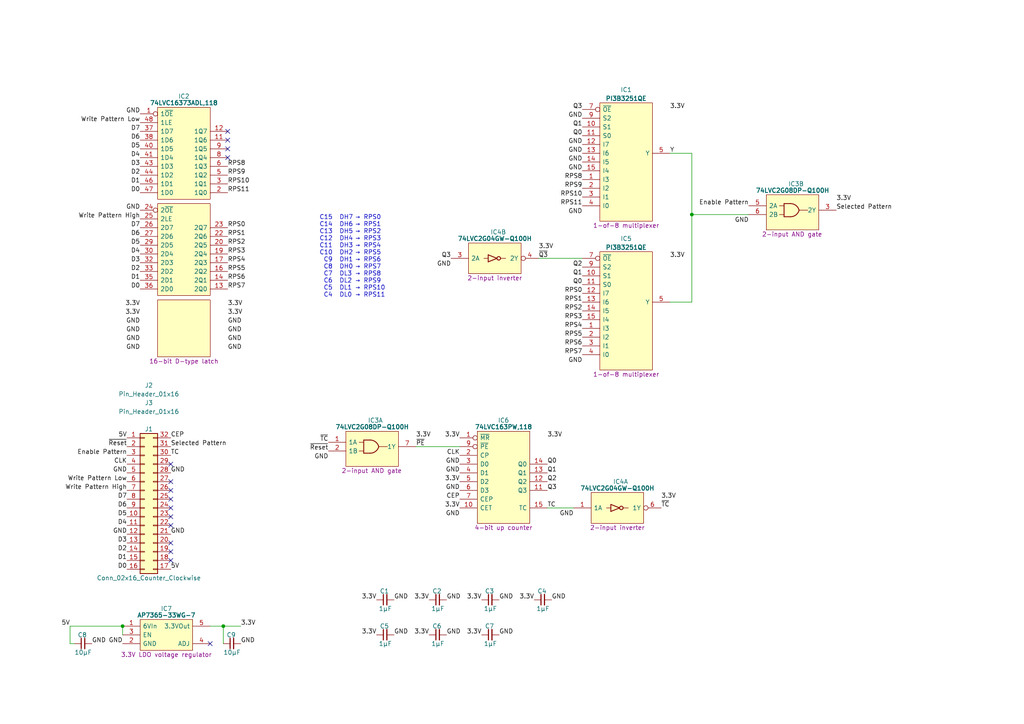
<source format=kicad_sch>
(kicad_sch (version 20231120) (generator "eeschema") (generator_version "8.0")
  (paper "A4")
  (title_block (title "Pixel Step Advance") (date "2024-03-06") (rev "V0"))
  (lib_symbols
    (symbol "Connector_Generic:Conn_02x16_Counter_Clockwise" (pin_names (offset 1.016) hide)
      (property "Reference" "J" (at 1.27 20.32 0))
      (property "Value" "Conn_02x16_Counter_Clockwise" (at 1.27 -22.86 0))
      (symbol "Conn_02x16_Counter_Clockwise_1_1"
        (rectangle (start -1.27 -20.193) (end 0 -20.447) (stroke (width 0.1524)))
        (rectangle (start -1.27 -17.653) (end 0 -17.907) (stroke (width 0.1524)))
        (rectangle (start -1.27 -15.113) (end 0 -15.367) (stroke (width 0.1524)))
        (rectangle (start -1.27 -12.573) (end 0 -12.827) (stroke (width 0.1524)))
        (rectangle (start -1.27 -10.033) (end 0 -10.287) (stroke (width 0.1524)))
        (rectangle (start -1.27 -7.493) (end 0 -7.747) (stroke (width 0.1524)))
        (rectangle (start -1.27 -4.953) (end 0 -5.207) (stroke (width 0.1524)))
        (rectangle (start -1.27 -2.413) (end 0 -2.667) (stroke (width 0.1524)))
        (rectangle (start -1.27 0.127) (end 0 -0.127) (stroke (width 0.1524)))
        (rectangle (start -1.27 2.667) (end 0 2.413) (stroke (width 0.1524)))
        (rectangle (start -1.27 5.207) (end 0 4.953) (stroke (width 0.1524)))
        (rectangle (start -1.27 7.747) (end 0 7.493) (stroke (width 0.1524)))
        (rectangle (start -1.27 10.287) (end 0 10.033) (stroke (width 0.1524)))
        (rectangle (start -1.27 12.827) (end 0 12.573) (stroke (width 0.1524)))
        (rectangle (start -1.27 15.367) (end 0 15.113) (stroke (width 0.1524)))
        (rectangle (start -1.27 17.907) (end 0 17.653) (stroke (width 0.1524)))
        (rectangle (start -1.27 19.05) (end 3.81 -21.59) (stroke (width 0.254)) (fill (type background)))
        (rectangle (start 3.81 -20.193) (end 2.54 -20.447) (stroke (width 0.1524)))
        (rectangle (start 3.81 -17.653) (end 2.54 -17.907) (stroke (width 0.1524)))
        (rectangle (start 3.81 -15.113) (end 2.54 -15.367) (stroke (width 0.1524)))
        (rectangle (start 3.81 -12.573) (end 2.54 -12.827) (stroke (width 0.1524)))
        (rectangle (start 3.81 -10.033) (end 2.54 -10.287) (stroke (width 0.1524)))
        (rectangle (start 3.81 -7.493) (end 2.54 -7.747) (stroke (width 0.1524)))
        (rectangle (start 3.81 -4.953) (end 2.54 -5.207) (stroke (width 0.1524)))
        (rectangle (start 3.81 -2.413) (end 2.54 -2.667) (stroke (width 0.1524)))
        (rectangle (start 3.81 0.127) (end 2.54 -0.127) (stroke (width 0.1524)))
        (rectangle (start 3.81 2.667) (end 2.54 2.413) (stroke (width 0.1524)))
        (rectangle (start 3.81 5.207) (end 2.54 4.953) (stroke (width 0.1524)))
        (rectangle (start 3.81 7.747) (end 2.54 7.493) (stroke (width 0.1524)))
        (rectangle (start 3.81 10.287) (end 2.54 10.033) (stroke (width 0.1524)))
        (rectangle (start 3.81 12.827) (end 2.54 12.573) (stroke (width 0.1524)))
        (rectangle (start 3.81 15.367) (end 2.54 15.113) (stroke (width 0.1524)))
        (rectangle (start 3.81 17.907) (end 2.54 17.653) (stroke (width 0.1524)))
        (pin passive line (at -5.08 17.78 0) (length 3.81) (name "Pin_1") (number "1"))
        (pin passive line (at -5.08 -5.08 0) (length 3.81) (name "Pin_10") (number "10"))
        (pin passive line (at -5.08 -7.62 0) (length 3.81) (name "Pin_11") (number "11"))
        (pin passive line (at -5.08 -10.16 0) (length 3.81) (name "Pin_12") (number "12"))
        (pin passive line (at -5.08 -12.7 0) (length 3.81) (name "Pin_13") (number "13"))
        (pin passive line (at -5.08 -15.24 0) (length 3.81) (name "Pin_14") (number "14"))
        (pin passive line (at -5.08 -17.78 0) (length 3.81) (name "Pin_15") (number "15"))
        (pin passive line (at -5.08 -20.32 0) (length 3.81) (name "Pin_16") (number "16"))
        (pin passive line (at 7.62 -20.32 180) (length 3.81) (name "Pin_17") (number "17"))
        (pin passive line (at 7.62 -17.78 180) (length 3.81) (name "Pin_18") (number "18"))
        (pin passive line (at 7.62 -15.24 180) (length 3.81) (name "Pin_19") (number "19"))
        (pin passive line (at -5.08 15.24 0) (length 3.81) (name "Pin_2") (number "2"))
        (pin passive line (at 7.62 -12.7 180) (length 3.81) (name "Pin_20") (number "20"))
        (pin passive line (at 7.62 -10.16 180) (length 3.81) (name "Pin_21") (number "21"))
        (pin passive line (at 7.62 -7.62 180) (length 3.81) (name "Pin_22") (number "22"))
        (pin passive line (at 7.62 -5.08 180) (length 3.81) (name "Pin_23") (number "23"))
        (pin passive line (at 7.62 -2.54 180) (length 3.81) (name "Pin_24") (number "24"))
        (pin passive line (at 7.62 0 180) (length 3.81) (name "Pin_25") (number "25"))
        (pin passive line (at 7.62 2.54 180) (length 3.81) (name "Pin_26") (number "26"))
        (pin passive line (at 7.62 5.08 180) (length 3.81) (name "Pin_27") (number "27"))
        (pin passive line (at 7.62 7.62 180) (length 3.81) (name "Pin_28") (number "28"))
        (pin passive line (at 7.62 10.16 180) (length 3.81) (name "Pin_29") (number "29"))
        (pin passive line (at -5.08 12.7 0) (length 3.81) (name "Pin_3") (number "3"))
        (pin passive line (at 7.62 12.7 180) (length 3.81) (name "Pin_30") (number "30"))
        (pin passive line (at 7.62 15.24 180) (length 3.81) (name "Pin_31") (number "31"))
        (pin passive line (at 7.62 17.78 180) (length 3.81) (name "Pin_32") (number "32"))
        (pin passive line (at -5.08 10.16 0) (length 3.81) (name "Pin_4") (number "4"))
        (pin passive line (at -5.08 7.62 0) (length 3.81) (name "Pin_5") (number "5"))
        (pin passive line (at -5.08 5.08 0) (length 3.81) (name "Pin_6") (number "6"))
        (pin passive line (at -5.08 2.54 0) (length 3.81) (name "Pin_7") (number "7"))
        (pin passive line (at -5.08 0 0) (length 3.81) (name "Pin_8") (number "8"))
        (pin passive line (at -5.08 -2.54 0) (length 3.81) (name "Pin_9") (number "9"))
      )
    )
    (symbol "Diodes_Inc:AP7365-33WG-7" (pin_names (offset 0.762))
      (property "Reference" "IC" (at 12.7 5.08 0))
      (property "Value" "AP7365-33WG-7" (at 12.7 3.175 0))
      (property "Description" "3.3V LDO voltage regulator" (at 12.7 -8.255 0))
      (symbol "AP7365-33WG-7_0_0"
        (pin passive line (at 0 -5.08 0) (length 5.08) (name "GND") (number "2"))
        (pin input line (at 0 -2.54 0) (length 5.08) (name "EN") (number "3"))
        (pin passive line (at 25.4 -5.08 180) (length 5.08) (name "ADJ") (number "4"))
      )
      (symbol "AP7365-33WG-7_0_1"
        (polyline (pts (xy 5.08 1.905) (xy 20.32 1.905) (xy 20.32 -6.985) (xy 5.08 -6.985) (xy 5.08 1.905)) (fill (type background)))
      )
      (symbol "AP7365-33WG-7_1_0"
        (pin passive line (at 0 0 0) (length 5.08) (name "6VIn") (number "1"))
        (pin passive line (at 25.4 0 180) (length 5.08) (name "3.3VOut") (number "5"))
      )
    )
    (symbol "Diodes_Inc:PI3B3251QE" (pin_names (offset 0.762))
      (property "Reference" "IC" (at 12.7 5.715 0))
      (property "Value" "PI3B3251QE" (at 12.7 3.175 0))
      (property "Description" "1-of-8 multiplexer" (at 12.7 -33.655 0))
      (symbol "PI3B3251QE_0_0"
        (pin input line (at 0 -20.32 0) (length 5.08) (name "I3") (number "1"))
        (pin input line (at 0 -5.08 0) (length 5.08) (name "S1") (number "10"))
        (pin input line (at 0 -7.62 0) (length 5.08) (name "S0") (number "11"))
        (pin input line (at 0 -10.16 0) (length 5.08) (name "I7") (number "12"))
        (pin input line (at 0 -12.7 0) (length 5.08) (name "I6") (number "13"))
        (pin input line (at 0 -15.24 0) (length 5.08) (name "I5") (number "14"))
        (pin input line (at 0 -17.78 0) (length 5.08) (name "I4") (number "15"))
        (pin input line (at 0 -22.86 0) (length 5.08) (name "I2") (number "2"))
        (pin input line (at 0 -25.4 0) (length 5.08) (name "I1") (number "3"))
        (pin input line (at 0 -27.94 0) (length 5.08) (name "I0") (number "4"))
        (pin passive line (at 0 -30.48 0) (length 5.08) hide (name "GND") (number "8"))
        (pin input line (at 0 -2.54 0) (length 5.08) (name "S2") (number "9"))
      )
      (symbol "PI3B3251QE_0_1"
        (polyline (pts (xy 5.08 1.905) (xy 20.32 1.905) (xy 20.32 -32.385) (xy 5.08 -32.385) (xy 5.08 1.905)) (stroke (width 0.1524)) (fill (type background)))
      )
      (symbol "PI3B3251QE_1_0"
        (pin passive line (at 25.4 0 180) (length 5.08) hide (name "3V") (number "16"))
        (pin tri_state line (at 25.4 -12.7 180) (length 5.08) (name "Y") (number "5"))
        (pin no_connect line (at 25.4 -15.24 180) (length 5.08) hide (name "NC") (number "6"))
        (pin input inverted (at 0 0 0) (length 5.08) (name "~{OE}") (number "7"))
      )
    )
    (symbol "HCP65:C_0805" (pin_numbers hide) (pin_names (offset 0.254) hide)
      (property "Reference" "C" (at 2.286 2.54 0))
      (property "Value" "?μF" (at 2.54 -2.54 0))
      (symbol "C_0805_0_1"
        (polyline (pts (xy 1.9685 -1.4605) (xy 1.9685 1.5875)) (stroke (width 0.3048)))
        (polyline (pts (xy 2.9845 -1.4605) (xy 2.9845 1.5875)) (stroke (width 0.3302)))
      )
      (symbol "C_0805_1_1"
        (pin passive line (at 0 0 0) (length 2.032) (name "~") (number "1"))
        (pin passive line (at 5.08 0 180) (length 2.032) (name "~") (number "2"))
      )
    )
    (symbol "HCP65:Pin_Header_01x32" (pin_names (offset 1.016) hide)
      (property "Reference" "J" (at 0 1.27 0))
      (property "Value" "Pin_Header_01x32" (at 0 -1.27 0))
    )
    (symbol "Nexperia:74LVC16373ADL,118" (pin_names (offset 0.762))
      (property "Reference" "IC" (at 12.7 5.08 0))
      (property "Value" "74LVC16373ADL,118" (at 12.7 3.175 0))
      (property "Description" "16-bit D-type latch" (at 12.7 -71.755 0))
      (symbol "74LVC16373ADL,118_0_0"
        (pin input inverted (at 0 0 0) (length 5.08) (name "1~{OE}") (number "1"))
        (pin tri_state line (at 25.4 -7.62 180) (length 5.08) (name "1Q6") (number "11"))
        (pin tri_state line (at 25.4 -5.08 180) (length 5.08) (name "1Q7") (number "12"))
        (pin tri_state line (at 25.4 -50.8 180) (length 5.08) (name "2Q0") (number "13"))
        (pin tri_state line (at 25.4 -48.26 180) (length 5.08) (name "2Q1") (number "14"))
        (pin tri_state line (at 25.4 -45.72 180) (length 5.08) (name "2Q2") (number "16"))
        (pin tri_state line (at 25.4 -43.18 180) (length 5.08) (name "2Q3") (number "17"))
        (pin tri_state line (at 25.4 -40.64 180) (length 5.08) (name "2Q4") (number "19"))
        (pin tri_state line (at 25.4 -22.86 180) (length 5.08) (name "1Q0") (number "2"))
        (pin tri_state line (at 25.4 -38.1 180) (length 5.08) (name "2Q5") (number "20"))
        (pin tri_state line (at 25.4 -35.56 180) (length 5.08) (name "2Q6") (number "22"))
        (pin tri_state line (at 25.4 -33.02 180) (length 5.08) (name "2Q7") (number "23"))
        (pin input inverted (at 0 -27.94 0) (length 5.08) (name "2~{OE}") (number "24"))
        (pin input line (at 0 -30.48 0) (length 5.08) (name "2LE") (number "25"))
        (pin input line (at 0 -33.02 0) (length 5.08) (name "2D7") (number "26"))
        (pin input line (at 0 -35.56 0) (length 5.08) (name "2D6") (number "27"))
        (pin input line (at 0 -38.1 0) (length 5.08) (name "2D5") (number "29"))
        (pin tri_state line (at 25.4 -20.32 180) (length 5.08) (name "1Q1") (number "3"))
        (pin input line (at 0 -40.64 0) (length 5.08) (name "2D4") (number "30"))
        (pin input line (at 0 -43.18 0) (length 5.08) (name "2D3") (number "32"))
        (pin input line (at 0 -45.72 0) (length 5.08) (name "2D2") (number "33"))
        (pin input line (at 0 -48.26 0) (length 5.08) (name "2D1") (number "35"))
        (pin input line (at 0 -50.8 0) (length 5.08) (name "2D0") (number "36"))
        (pin input line (at 0 -5.08 0) (length 5.08) (name "1D7") (number "37"))
        (pin input line (at 0 -10.16 0) (length 5.08) (name "1D5") (number "40"))
        (pin input line (at 0 -12.7 0) (length 5.08) (name "1D4") (number "41"))
        (pin input line (at 0 -15.24 0) (length 5.08) (name "1D3") (number "43"))
        (pin input line (at 0 -17.78 0) (length 5.08) (name "1D2") (number "44"))
        (pin input line (at 0 -20.32 0) (length 5.08) (name "1D1") (number "46"))
        (pin input line (at 0 -22.86 0) (length 5.08) (name "1D0") (number "47"))
        (pin input line (at 0 -2.54 0) (length 5.08) (name "1LE") (number "48"))
        (pin tri_state line (at 25.4 -17.78 180) (length 5.08) (name "1Q2") (number "5"))
        (pin tri_state line (at 25.4 -15.24 180) (length 5.08) (name "1Q3") (number "6"))
        (pin tri_state line (at 25.4 -12.7 180) (length 5.08) (name "1Q4") (number "8"))
        (pin tri_state line (at 25.4 -10.16 180) (length 5.08) (name "1Q5") (number "9"))
      )
      (symbol "74LVC16373ADL,118_0_1"
        (polyline (pts (xy 5.08 -53.975) (xy 20.32 -53.975) (xy 20.32 -70.485) (xy 5.08 -70.485) (xy 5.08 -53.975)) (stroke (width 0.1524)) (fill (type background)))
        (polyline (pts (xy 5.08 -26.035) (xy 20.32 -26.035) (xy 20.32 -52.705) (xy 5.08 -52.705) (xy 5.08 -26.035)) (stroke (width 0.1524)) (fill (type background)))
        (polyline (pts (xy 5.08 1.905) (xy 20.32 1.905) (xy 20.32 -24.765) (xy 5.08 -24.765) (xy 5.08 1.905)) (stroke (width 0.1524)) (fill (type background)))
      )
      (symbol "74LVC16373ADL,118_1_0"
        (pin passive line (at 0 -63.5 0) (length 5.08) hide (name "GND") (number "10"))
        (pin passive line (at 0 -66.04 0) (length 5.08) hide (name "GND") (number "15"))
        (pin passive line (at 0 -58.42 0) (length 5.08) hide (name "3V") (number "18"))
        (pin passive line (at 0 -68.58 0) (length 5.08) hide (name "GND") (number "21"))
        (pin passive line (at 25.4 -68.58 180) (length 5.08) hide (name "GND") (number "28"))
        (pin passive line (at 25.4 -58.42 180) (length 5.08) hide (name "3V") (number "31"))
        (pin passive line (at 25.4 -66.04 180) (length 5.08) hide (name "GND") (number "34"))
        (pin input line (at 0 -7.62 0) (length 5.08) (name "1D6") (number "38"))
        (pin passive line (at 25.4 -63.5 180) (length 5.08) hide (name "GND") (number "39"))
        (pin passive line (at 0 -60.96 0) (length 5.08) hide (name "GND") (number "4"))
        (pin passive line (at 25.4 -55.88 180) (length 5.08) hide (name "3V") (number "42"))
        (pin passive line (at 25.4 -60.96 180) (length 5.08) hide (name "GND") (number "45"))
        (pin passive line (at 0 -55.88 0) (length 5.08) hide (name "3V") (number "7"))
      )
    )
    (symbol "Nexperia:74LVC163PW,118" (pin_names (offset 0.762))
      (property "Reference" "IC" (at 12.7 5.08 0))
      (property "Value" "74LVC163PW,118" (at 12.7 3.175 0))
      (property "Description" "4-bit up counter" (at 12.7 -26.035 0))
      (symbol "74LVC163PW,118_0_0"
        (pin input inverted (at 0 0 0) (length 5.08) (name "~{MR}") (number "1"))
        (pin input line (at 0 -20.32 0) (length 5.08) (name "CET") (number "10"))
        (pin output line (at 25.4 -15.24 180) (length 5.08) (name "Q3") (number "11"))
        (pin output line (at 25.4 -12.7 180) (length 5.08) (name "Q2") (number "12"))
        (pin output line (at 25.4 -10.16 180) (length 5.08) (name "Q1") (number "13"))
        (pin output line (at 25.4 -7.62 180) (length 5.08) (name "Q0") (number "14"))
        (pin output line (at 25.4 -20.32 180) (length 5.08) (name "TC") (number "15"))
        (pin passive line (at 25.4 0 180) (length 5.08) hide (name "3V") (number "16"))
        (pin input line (at 0 -5.08 0) (length 5.08) (name "CP") (number "2"))
        (pin input line (at 0 -7.62 0) (length 5.08) (name "D0") (number "3"))
        (pin input line (at 0 -10.16 0) (length 5.08) (name "D1") (number "4"))
        (pin input line (at 0 -12.7 0) (length 5.08) (name "D2") (number "5"))
        (pin input line (at 0 -15.24 0) (length 5.08) (name "D3") (number "6"))
        (pin input line (at 0 -17.78 0) (length 5.08) (name "CEP") (number "7"))
        (pin passive line (at 0 -22.86 0) (length 5.08) hide (name "GND") (number "8"))
        (pin input inverted (at 0 -2.54 0) (length 5.08) (name "~{PE}") (number "9"))
      )
      (symbol "74LVC163PW,118_0_1"
        (polyline (pts (xy 5.08 1.905) (xy 20.32 1.905) (xy 20.32 -24.765) (xy 5.08 -24.765) (xy 5.08 1.905)) (stroke (width 0.1524)) (fill (type background)))
      )
    )
    (symbol "Nexperia:74LVC2G04GW-Q100H_Multi" (pin_names (offset 0.762))
      (property "Reference" "IC" (at 11.43 7.62 0))
      (property "Value" "74LVC2G04GW-Q100H" (at 12.7 5.715 0))
      (property "Description" "2-input inverter" (at 12.7 -5.715 0))
      (symbol "74LVC2G04GW-Q100H_Multi_0_0"
        (pin passive line (at 0 -2.54 0) (length 5.08) hide (name "GND") (number "2"))
        (pin passive line (at 25.4 2.54 180) (length 5.08) hide (name "3V") (number "5"))
      )
      (symbol "74LVC2G04GW-Q100H_Multi_0_1"
        (polyline (pts (xy 9.525 0) (xy 10.7949 0)))
        (polyline (pts (xy 14.351 0) (xy 15.875 0)))
        (polyline (pts (xy 10.795 -1.016) (xy 13.335 0) (xy 10.795 1.016)) (stroke (width 0.254)))
        (polyline (pts (xy 5.08 4.445) (xy 20.32 4.445) (xy 20.32 -4.445) (xy 5.08 -4.445) (xy 5.08 4.445)) (stroke (width 0.1524)) (fill (type background)))
        (rectangle (start 10.795 1.016) (end 10.795 -1.016) (stroke (width 0.254)) (fill (type background)))
        (circle (center 13.843 0) (radius 0.508) (stroke (width 0.254)))
      )
      (symbol "74LVC2G04GW-Q100H_Multi_1_0"
        (pin input line (at 0 0 0) (length 5.08) (name "1A") (number "1"))
        (pin output inverted (at 25.4 0 180) (length 5.08) (name "1Y") (number "6"))
      )
      (symbol "74LVC2G04GW-Q100H_Multi_2_0"
        (pin input line (at 0 0 0) (length 5.08) (name "2A") (number "3"))
        (pin output inverted (at 25.4 0 180) (length 5.08) (name "2Y") (number "4"))
      )
    )
    (symbol "Nexperia:74LVC2G08DP-Q100H_Multi" (pin_names (offset 0.762))
      (property "Reference" "IC" (at 11.43 6.35 0))
      (property "Value" "74LVC2G08DP-Q100H" (at 12.7 4.445 0))
      (property "Description" "2-input AND gate" (at 3.81 -8.255 0))
      (symbol "74LVC2G08DP-Q100H_Multi_0_0"
        (pin passive line (at 0 -5.08 0) (length 5.08) hide (name "GND") (number "4"))
        (pin passive line (at 25.4 1.27 180) (length 5.08) hide (name "3V") (number "8"))
      )
      (symbol "74LVC2G08DP-Q100H_Multi_0_1"
        (polyline (pts (xy 8.89 -2.54) (xy 10.1599 -2.54)))
        (polyline (pts (xy 8.89 0) (xy 10.1599 0)))
        (polyline (pts (xy 10.248 0.635) (xy 10.248 -3.175)) (stroke (width 0.254)) (fill (type background)))
        (polyline (pts (xy 12.065 -3.175) (xy 10.248 -3.175)) (stroke (width 0.254)) (fill (type background)))
        (polyline (pts (xy 12.065 0.635) (xy 10.248 0.635)) (stroke (width 0.254)) (fill (type background)))
        (polyline (pts (xy 14.605 -1.27) (xy 17.145 -1.27)))
        (polyline (pts (xy 5.08 3.175) (xy 20.32 3.175) (xy 20.32 -6.985) (xy 5.08 -6.985) (xy 5.08 3.175)) (stroke (width 0.1524)) (fill (type background)))
        (arc (start 12.065 -3.175) (mid 13.6634 -2.6604) (end 14.605 -1.27) (stroke (width 0.254)))
        (arc (start 14.605 -1.27) (mid 13.6646 0.122) (end 12.065 0.635) (stroke (width 0.254)))
      )
      (symbol "74LVC2G08DP-Q100H_Multi_1_0"
        (pin input line (at 0 0 0) (length 5.08) (name "1A") (number "1"))
        (pin input line (at 0 -2.54 0) (length 5.08) (name "1B") (number "2"))
        (pin output line (at 25.4 -1.27 180) (length 5.08) (name "1Y") (number "7"))
      )
      (symbol "74LVC2G08DP-Q100H_Multi_2_0"
        (pin output line (at 25.4 -1.27 180) (length 5.08) (name "2Y") (number "3"))
        (pin input line (at 0 0 0) (length 5.08) (name "2A") (number "5"))
        (pin input line (at 0 -2.54 0) (length 5.08) (name "2B") (number "6"))
      )
    )
  )
  (junction (at 35.56 181.61))
  (junction (at 200.66 62.23))
  (junction (at 64.77 181.61))
  (no_connect (at 66.04 45.72))
  (no_connect (at 49.53 134.62))
  (no_connect (at 60.96 186.69))
  (no_connect (at 66.04 40.64))
  (no_connect (at 49.53 139.7))
  (no_connect (at 49.53 149.86))
  (no_connect (at 49.53 152.4))
  (no_connect (at 49.53 144.78))
  (no_connect (at 66.04 43.18))
  (no_connect (at 49.53 147.32))
  (no_connect (at 49.53 160.02))
  (no_connect (at 49.53 162.56))
  (no_connect (at 49.53 142.24))
  (no_connect (at 49.53 157.48))
  (no_connect (at 66.04 38.1))
  (wire (pts (xy 194.31 44.45) (xy 200.66 44.45)))
  (wire (pts (xy 64.77 186.69) (xy 64.77 181.61)))
  (wire (pts (xy 20.32 181.61) (xy 35.56 181.61)))
  (wire (pts (xy 158.75 147.32) (xy 166.37 147.32)))
  (wire (pts (xy 35.56 181.61) (xy 35.56 184.15)))
  (wire (pts (xy 156.21 74.93) (xy 168.91 74.93)))
  (wire (pts (xy 200.66 44.45) (xy 200.66 62.23)))
  (wire (pts (xy 60.96 181.61) (xy 64.77 181.61)))
  (wire (pts (xy 200.66 62.23) (xy 200.66 87.63)))
  (wire (pts (xy 120.65 129.54) (xy 133.35 129.54)))
  (wire (pts (xy 20.32 181.61) (xy 20.32 186.69)))
  (wire (pts (xy 200.66 62.23) (xy 217.17 62.23)))
  (wire (pts (xy 200.66 87.63) (xy 194.31 87.63)))
  (wire (pts (xy 20.32 186.69) (xy 21.59 186.69)))
  (wire (pts (xy 64.77 181.61) (xy 69.85 181.61)))
  (text "C15\nC14\nC13\nC12\nC11\nC10\nC9\nC8\nC7\nC6\nC5\nC4" (at 96.52 86.36 0) (effects (font (size 1.27 1.27)) (justify right bottom)))
  (text "DH7\nDH6\nDH5\nDH4\nDH3\nDH2\nDH1\nDH0\nDL3\nDL2\nDL1\nDL0" (at 98.425 86.36 0) (effects (font (size 1.27 1.27)) (justify left bottom)))
  (text "→ RPS0\n→ RPS1\n→ RPS2\n→ RPS3\n→ RPS4\n→ RPS5\n→ RPS6\n→ RPS7\n→ RPS8\n→ RPS9\n→ RPS10\n→ RPS11" (at 102.87 86.36 0) (effects (font (size 1.27 1.27)) (justify left bottom)))
  (label "RPS10" (at 168.91 57.15 180))
  (label "GND" (at 133.35 149.86 180))
  (label "GND" (at 168.91 62.23 180))
  (label "GND" (at 166.37 149.86 180))
  (label "GND" (at 40.64 93.98 180))
  (label "GND" (at 66.04 96.52 0))
  (label "D1" (at 40.64 81.28 180))
  (label "RPS10" (at 66.04 53.34 0))
  (label "GND" (at 129.54 173.99 0))
  (label "TC" (at 49.53 132.08 0))
  (label "3.3V" (at 194.31 31.75 0))
  (label "RPS11" (at 168.91 59.69 180))
  (label "RPS5" (at 66.04 78.74 0))
  (label "GND" (at 168.91 46.99 180))
  (label "CLK" (at 36.83 134.62 180))
  (label "D5" (at 40.64 71.12 180))
  (label "RPS4" (at 66.04 76.2 0))
  (label "GND" (at 129.54 184.15 0))
  (label "GND" (at 69.85 186.69 0))
  (label "3.3V" (at 158.75 127 0))
  (label "3.3V" (at 40.64 91.44 180))
  (label "Q3" (at 130.81 74.93 180))
  (label "D1" (at 36.83 162.56 180))
  (label "GND" (at 168.91 34.29 180))
  (label "D0" (at 40.64 55.88 180))
  (label "D5" (at 36.83 149.86 180))
  (label "D2" (at 36.83 160.02 180))
  (label "~{Reset}" (at 95.25 130.81 180))
  (label "RPS8" (at 66.04 48.26 0))
  (label "3.3V" (at 139.7 184.15 180))
  (label "~{TC}" (at 95.25 128.27 180))
  (label "Selected Pattern" (at 49.53 129.54 0))
  (label "CLK" (at 133.35 132.08 180))
  (label "Write Pattern High" (at 40.64 63.5 180))
  (label "GND" (at 168.91 105.41 180))
  (label "Write Pattern High" (at 36.83 142.24 180))
  (label "RPS5" (at 168.91 97.79 180))
  (label "GND" (at 26.67 186.69 0))
  (label "5V" (at 20.32 181.61 180))
  (label "3.3V" (at 120.65 127 0))
  (label "RPS9" (at 66.04 50.8 0))
  (label "GND" (at 114.3 184.15 0))
  (label "GND" (at 40.64 101.6 180))
  (label "GND" (at 168.91 49.53 180))
  (label "GND" (at 144.78 184.15 0))
  (label "3.3V" (at 133.35 147.32 180))
  (label "3.3V" (at 154.94 173.99 180))
  (label "Q3" (at 158.75 142.24 0))
  (label "RPS7" (at 168.91 102.87 180))
  (label "RPS2" (at 168.91 90.17 180))
  (label "~{Q3}" (at 156.21 74.93 0))
  (label "GND" (at 35.56 186.69 180))
  (label "Q1" (at 168.91 36.83 180))
  (label "RPS7" (at 66.04 83.82 0))
  (label "RPS3" (at 66.04 73.66 0))
  (label "GND" (at 168.91 41.91 180))
  (label "RPS3" (at 168.91 92.71 180))
  (label "GND" (at 49.53 154.94 0))
  (label "D5" (at 40.64 43.18 180))
  (label "Enable Pattern" (at 36.83 132.08 180))
  (label "5V" (at 36.83 127 180))
  (label "Q0" (at 168.91 82.55 180))
  (label "D4" (at 40.64 45.72 180))
  (label "GND" (at 217.17 64.77 180))
  (label "D3" (at 36.83 157.48 180))
  (label "GND" (at 49.53 137.16 0))
  (label "GND" (at 130.81 77.47 180))
  (label "D0" (at 40.64 83.82 180))
  (label "GND" (at 40.64 96.52 180))
  (label "RPS11" (at 66.04 55.88 0))
  (label "Write Pattern Low" (at 40.64 35.56 180))
  (label "D6" (at 40.64 40.64 180))
  (label "3.3V" (at 66.04 88.9 0))
  (label "RPS4" (at 168.91 95.25 180))
  (label "Q1" (at 168.91 80.01 180))
  (label "3.3V" (at 109.22 184.15 180))
  (label "D7" (at 40.64 66.04 180))
  (label "RPS6" (at 168.91 100.33 180))
  (label "Q3" (at 168.91 31.75 180))
  (label "Q2" (at 158.75 139.7 0))
  (label "~{PE}" (at 120.65 129.54 0))
  (label "GND" (at 133.35 142.24 180))
  (label "D6" (at 36.83 147.32 180))
  (label "CEP" (at 49.53 127 0))
  (label "GND" (at 66.04 101.6 0))
  (label "RPS1" (at 168.91 87.63 180))
  (label "~{TC}" (at 191.77 147.32 0))
  (label "3.3V" (at 242.57 58.42 0))
  (label "Q2" (at 168.91 77.47 180))
  (label "TC" (at 158.75 147.32 0))
  (label "3.3V" (at 40.64 88.9 180))
  (label "Y" (at 194.31 44.45 0))
  (label "GND" (at 36.83 154.94 180))
  (label "3.3V" (at 124.46 173.99 180))
  (label "~{Reset}" (at 36.83 129.54 180))
  (label "3.3V" (at 109.22 173.99 180))
  (label "GND" (at 66.04 93.98 0))
  (label "RPS0" (at 66.04 66.04 0))
  (label "D1" (at 40.64 53.34 180))
  (label "D7" (at 36.83 144.78 180))
  (label "GND" (at 168.91 44.45 180))
  (label "3.3V" (at 156.21 72.39 0))
  (label "RPS0" (at 168.91 85.09 180))
  (label "GND" (at 40.64 99.06 180))
  (label "D3" (at 40.64 48.26 180))
  (label "3.3V" (at 133.35 139.7 180))
  (label "3.3V" (at 66.04 91.44 0))
  (label "D2" (at 40.64 78.74 180))
  (label "Q1" (at 158.75 137.16 0))
  (label "3.3V" (at 69.85 181.61 0))
  (label "D7" (at 40.64 38.1 180))
  (label "D0" (at 36.83 165.1 180))
  (label "D4" (at 36.83 152.4 180))
  (label "5V" (at 49.53 165.1 0))
  (label "GND" (at 133.35 134.62 180))
  (label "Q0" (at 158.75 134.62 0))
  (label "GND" (at 66.04 99.06 0))
  (label "GND" (at 144.78 173.99 0))
  (label "GND" (at 133.35 137.16 180))
  (label "GND" (at 114.3 173.99 0))
  (label "3.3V" (at 133.35 127 180))
  (label "GND" (at 40.64 60.96 180))
  (label "3.3V" (at 139.7 173.99 180))
  (label "D2" (at 40.64 50.8 180))
  (label "Write Pattern Low" (at 36.83 139.7 180))
  (label "Selected Pattern" (at 242.57 60.96 0))
  (label "RPS2" (at 66.04 71.12 0))
  (label "3.3V" (at 194.31 74.93 0))
  (label "CEP" (at 133.35 144.78 180))
  (label "RPS8" (at 168.91 52.07 180))
  (label "D6" (at 40.64 68.58 180))
  (label "3.3V" (at 124.46 184.15 180))
  (label "GND" (at 40.64 33.02 180))
  (label "3.3V" (at 191.77 144.78 0))
  (label "GND" (at 95.25 133.35 180))
  (label "Enable Pattern" (at 217.17 59.69 180))
  (label "GND" (at 160.02 173.99 0))
  (label "Q0" (at 168.91 39.37 180))
  (label "RPS9" (at 168.91 54.61 180))
  (label "D4" (at 40.64 73.66 180))
  (label "RPS6" (at 66.04 81.28 0))
  (label "GND" (at 36.83 137.16 180))
  (label "D3" (at 40.64 76.2 180))
  (label "RPS1" (at 66.04 68.58 0))
  (symbol (lib_id "HCP65:C_0805") (at 124.46 184.15 0) (unit 1)
    (property "Reference" "C6" (at 126.746 181.61 0))
    (property "Value" "1μF" (at 127 186.69 0))
    (property "Footprint" "SamacSys_Parts:C_0805" (effects (hide yes)))
  )
  (symbol (lib_id "Nexperia:74LVC16373ADL,118") (at 40.64 33.02 0) (unit 1)
    (property "Reference" "IC2" (at 53.34 27.94 0))
    (property "Value" "74LVC16373ADL,118" (at 53.34 29.845 0) (effects (font (bold yes))))
    (property "Footprint" "SamacSys_Parts:SOP64P1025X280-48N" (effects (hide yes)))
    (property "Datasheet" "https://componentsearchengine.com/Datasheets/1/74LVC16373ADL,118.pdf" (effects (hide yes)))
    (property "Description" "16-bit D-type latch" (at 53.34 104.775 0))
    (property "Height" "2.8" (effects (hide yes)))
    (property "Mouser Part Number" "771-LVC16373ADL118" (effects (hide yes)))
    (property "Mouser Price/Stock" "https://www.mouser.com/Search/Refine.aspx?Keyword=771-LVC16373ADL118" (effects (hide yes)))
    (property "Manufacturer_Name" "Nexperia" (effects (hide yes)))
    (property "Manufacturer_Part_Number" "74LVC16373ADL,118" (effects (hide yes)))
    (property "Silkscreen" "74LVC16373" (effects (hide yes)))
    (property "Garbage" "74LVC16373A; 74LVCH16373A - 16-bit D-type transparent latch with 5 V tolerant inputs/outputs; 3-state@en-us" (effects (hide yes)))
  )
  (symbol (lib_id "HCP65:C_0805") (at 139.7 173.99 0) (unit 1)
    (property "Reference" "C3" (at 141.986 171.45 0))
    (property "Value" "1μF" (at 142.24 176.53 0))
    (property "Footprint" "SamacSys_Parts:C_0805" (effects (hide yes)))
  )
  (symbol (lib_id "HCP65:C_0805") (at 109.22 173.99 0) (unit 1)
    (property "Reference" "C1" (at 111.506 171.45 0))
    (property "Value" "1μF" (at 111.76 176.53 0))
    (property "Footprint" "SamacSys_Parts:C_0805" (effects (hide yes)))
  )
  (symbol (lib_id "HCP65:C_0805") (at 109.22 184.15 0) (unit 1)
    (property "Reference" "C5" (at 111.506 181.61 0))
    (property "Value" "1μF" (at 111.76 186.69 0))
    (property "Footprint" "SamacSys_Parts:C_0805" (effects (hide yes)))
  )
  (symbol (lib_id "Nexperia:74LVC2G04GW-Q100H_Multi") (at 130.81 74.93 0) (unit 2)
    (property "Reference" "IC4" (at 142.24 67.31 0) (effects (justify left)))
    (property "Value" "74LVC2G04GW-Q100H" (at 143.51 69.215 0) (effects (font (bold yes))))
    (property "Footprint" "SamacSys_Parts:SOP65P210X110-6N" (effects (hide yes)))
    (property "Datasheet" "https://assets.nexperia.com/documents/data-sheet/74LVC2G04_Q100.pdf" (effects (hide yes)))
    (property "Description" "2-input inverter" (at 143.51 80.645 0))
    (property "Height" "1.1" (effects (hide yes)))
    (property "Manufacturer_Name" "Nexperia" (effects (hide yes)))
    (property "Manufacturer_Part_Number" "74LVC2G04GW-Q100H" (effects (hide yes)))
    (property "Mouser Part Number" "771-74LVC2G04GWQ100H" (effects (hide yes)))
    (property "Mouser Price/Stock" "https://www.mouser.co.uk/ProductDetail/Nexperia/74LVC2G04GW-Q100H?qs=Yna0arPQ0CQTXbBDVSrZqQ%3D%3D" (effects (hide yes)))
    (property "Silkscreen" "'2G04" (effects (hide yes)))
    (property "Garbage" "74LVC2G04-Q100 - Dual inverter@en-us" (effects (hide yes)))
  )
  (symbol (lib_id "HCP65:C_0805") (at 21.59 186.69 0) (unit 1)
    (property "Reference" "C8" (at 23.876 184.15 0))
    (property "Value" "10µF" (at 21.59 189.23 0) (effects (justify left)))
    (property "Footprint" "SamacSys_Parts:C_0805" (effects (hide yes)))
  )
  (symbol (lib_id "Nexperia:74LVC2G08DP-Q100H_Multi") (at 217.17 59.69 0) (unit 2)
    (property "Reference" "IC3" (at 228.6 53.34 0) (effects (justify left)))
    (property "Value" "74LVC2G08DP-Q100H" (at 229.87 55.245 0) (effects (font (bold yes))))
    (property "Footprint" "SamacSys_Parts:SOP65P400X110-8N" (effects (hide yes)))
    (property "Datasheet" "https://assets.nexperia.com/documents/data-sheet/74LVC2G08_Q100.pdf" (effects (hide yes)))
    (property "Description" "2-input AND gate" (at 220.98 67.945 0) (effects (justify left)))
    (property "Height" "1.1" (effects (hide yes)))
    (property "Manufacturer_Name" "Nexperia" (effects (hide yes)))
    (property "Manufacturer_Part_Number" "74LVC2G08DP-Q100H" (effects (hide yes)))
    (property "Mouser Part Number" "771-74LVC2G08DPQ100H" (effects (hide yes)))
    (property "Mouser Price/Stock" "https://www.mouser.co.uk/ProductDetail/Nexperia/74LVC2G08DP-Q100H?qs=fi7yB2oewZnJ07IC2YGuEQ%3D%3D" (effects (hide yes)))
    (property "Silkscreen" "'2G08" (effects (hide yes)))
    (property "Garbage" "74LVC2G08-Q100 - Dual 2-input AND gate@en-us" (effects (hide yes)))
  )
  (symbol (lib_id "Diodes_Inc:PI3B3251QE") (at 168.91 74.93 0) (unit 1)
    (property "Reference" "IC5" (at 181.61 69.215 0))
    (property "Value" "PI3B3251QE" (at 181.61 71.755 0) (effects (font (bold yes))))
    (property "Footprint" "SamacSys_Parts:SOP64P599X175-16N" (effects (hide yes)))
    (property "Datasheet" "https://componentsearchengine.com/Datasheets/1/PI3B3251QE.pdf" (effects (hide yes)))
    (property "Description" "1-of-8 multiplexer" (at 181.61 108.585 0))
    (property "Height" "1.75" (effects (hide yes)))
    (property "Manufacturer_Name" "Diodes Inc." (effects (hide yes)))
    (property "Manufacturer_Part_Number" "PI3B3251QE" (effects (hide yes)))
    (property "Mouser Part Number" "729-PI3B3251QE" (effects (hide yes)))
    (property "Mouser Price/Stock" "https://www.mouser.com/Search/Refine.aspx?Keyword=729-PI3B3251QE" (effects (hide yes)))
    (property "Silkscreen" "PI3B3251" (effects (hide yes)))
    (property "Garbage" "Encoders, Decoders, Multiplexers & Demultiplexers 3.3V 8:1 Demux Mux Bus Switch" (effects (hide yes)))
  )
  (symbol (lib_id "Nexperia:74LVC163PW,118") (at 133.35 127 0) (unit 1)
    (property "Reference" "IC6" (at 146.05 121.92 0))
    (property "Value" "74LVC163PW,118" (at 146.05 123.825 0) (effects (font (bold yes))))
    (property "Footprint" "SamacSys_Parts:SOP65P640X110-16N" (effects (hide yes)))
    (property "Datasheet" "https://assets.nexperia.com/documents/data-sheet/74LVC163.pdf" (effects (hide yes)))
    (property "Description" "4-bit up counter" (at 146.05 153.035 0))
    (property "Height" "1.1" (effects (hide yes)))
    (property "Mouser Part Number" "771-74LVC163PW-T" (effects (hide yes)))
    (property "Mouser Price/Stock" "https://www.mouser.co.uk/ProductDetail/Nexperia/74LVC163PW118?qs=me8TqzrmIYUWRf9xrCNBjw%3D%3D" (effects (hide yes)))
    (property "Manufacturer_Name" "Nexperia" (effects (hide yes)))
    (property "Manufacturer_Part_Number" "74LVC163PW,118" (effects (hide yes)))
    (property "Silkscreen" "74LVC163" (effects (hide yes)))
    (property "Garbage" "74LVC163 - Presettable synchronous 4-bit binary counter; synchronous reset@en-us" (effects (hide yes)))
  )
  (symbol (lib_id "Nexperia:74LVC2G08DP-Q100H_Multi") (at 95.25 128.27 0) (unit 1)
    (property "Reference" "IC3" (at 106.68 121.92 0) (effects (justify left)))
    (property "Value" "74LVC2G08DP-Q100H" (at 107.95 123.825 0) (effects (font (bold yes))))
    (property "Footprint" "SamacSys_Parts:SOP65P400X110-8N" (effects (hide yes)))
    (property "Datasheet" "https://assets.nexperia.com/documents/data-sheet/74LVC2G08_Q100.pdf" (effects (hide yes)))
    (property "Description" "2-input AND gate" (at 99.06 136.525 0) (effects (justify left)))
    (property "Height" "1.1" (effects (hide yes)))
    (property "Manufacturer_Name" "Nexperia" (effects (hide yes)))
    (property "Manufacturer_Part_Number" "74LVC2G08DP-Q100H" (effects (hide yes)))
    (property "Mouser Part Number" "771-74LVC2G08DPQ100H" (effects (hide yes)))
    (property "Mouser Price/Stock" "https://www.mouser.co.uk/ProductDetail/Nexperia/74LVC2G08DP-Q100H?qs=fi7yB2oewZnJ07IC2YGuEQ%3D%3D" (effects (hide yes)))
    (property "Silkscreen" "'2G08" (effects (hide yes)))
    (property "Garbage" "74LVC2G08-Q100 - Dual 2-input AND gate@en-us" (effects (hide yes)))
  )
  (symbol (lib_id "Diodes_Inc:AP7365-33WG-7") (at 35.56 181.61 0) (unit 1)
    (property "Reference" "IC7" (at 48.26 176.53 0))
    (property "Value" "AP7365-33WG-7" (at 48.26 178.435 0) (effects (font (bold yes))))
    (property "Footprint" "SamacSys_Parts:SOT95P285X130-5N" (effects (hide yes)))
    (property "Datasheet" "https://componentsearchengine.com/Datasheets/1/AP7365-33WG-7.pdf" (effects (hide yes)))
    (property "Description" "3.3V LDO voltage regulator" (at 48.26 189.865 0))
    (property "Height" "1.3" (effects (hide yes)))
    (property "Manufacturer_Name" "Diodes Inc." (effects (hide yes)))
    (property "Manufacturer_Part_Number" "AP7365-33WG-7" (effects (hide yes)))
    (property "Mouser Part Number" "621-AP7365-33WG-7" (effects (hide yes)))
    (property "Mouser Price/Stock" "https://www.mouser.co.uk/ProductDetail/Diodes-Incorporated/AP7365-33WG-7?qs=abZ1nkZpTuOZFvxvoFPL0w%3D%3D" (effects (hide yes)))
    (property "Arrow Part Number" "AP7365-33WG-7" (effects (hide yes)))
    (property "Arrow Price/Stock" "https://www.arrow.com/en/products/ap7365-33wg-7/diodes-incorporated?region=nac" (effects (hide yes)))
    (property "Silkscreen" "AP7365" (effects (hide yes)))
  )
  (symbol (lib_id "Diodes_Inc:PI3B3251QE") (at 168.91 31.75 0) (unit 1)
    (property "Reference" "IC1" (at 181.61 26.035 0))
    (property "Value" "PI3B3251QE" (at 181.61 28.575 0) (effects (font (bold yes))))
    (property "Footprint" "SamacSys_Parts:SOP64P599X175-16N" (effects (hide yes)))
    (property "Datasheet" "https://componentsearchengine.com/Datasheets/1/PI3B3251QE.pdf" (effects (hide yes)))
    (property "Description" "1-of-8 multiplexer" (at 181.61 65.405 0))
    (property "Height" "1.75" (effects (hide yes)))
    (property "Manufacturer_Name" "Diodes Inc." (effects (hide yes)))
    (property "Manufacturer_Part_Number" "PI3B3251QE" (effects (hide yes)))
    (property "Mouser Part Number" "729-PI3B3251QE" (effects (hide yes)))
    (property "Mouser Price/Stock" "https://www.mouser.com/Search/Refine.aspx?Keyword=729-PI3B3251QE" (effects (hide yes)))
    (property "Silkscreen" "PI3B3251" (effects (hide yes)))
    (property "Garbage" "Encoders, Decoders, Multiplexers & Demultiplexers 3.3V 8:1 Demux Mux Bus Switch" (effects (hide yes)))
  )
  (symbol (lib_id "HCP65:C_0805") (at 64.77 186.69 0) (unit 1)
    (property "Reference" "C9" (at 67.056 184.15 0))
    (property "Value" "10µF" (at 64.77 189.23 0) (effects (justify left)))
    (property "Footprint" "SamacSys_Parts:C_0805" (effects (hide yes)))
  )
  (symbol (lib_id "Nexperia:74LVC2G04GW-Q100H_Multi") (at 166.37 147.32 0) (unit 1)
    (property "Reference" "IC4" (at 177.8 139.7 0) (effects (justify left)))
    (property "Value" "74LVC2G04GW-Q100H" (at 179.07 141.605 0) (effects (font (bold yes))))
    (property "Footprint" "SamacSys_Parts:SOP65P210X110-6N" (effects (hide yes)))
    (property "Datasheet" "https://assets.nexperia.com/documents/data-sheet/74LVC2G04_Q100.pdf" (effects (hide yes)))
    (property "Description" "2-input inverter" (at 179.07 153.035 0))
    (property "Height" "1.1" (effects (hide yes)))
    (property "Manufacturer_Name" "Nexperia" (effects (hide yes)))
    (property "Manufacturer_Part_Number" "74LVC2G04GW-Q100H" (effects (hide yes)))
    (property "Mouser Part Number" "771-74LVC2G04GWQ100H" (effects (hide yes)))
    (property "Mouser Price/Stock" "https://www.mouser.co.uk/ProductDetail/Nexperia/74LVC2G04GW-Q100H?qs=Yna0arPQ0CQTXbBDVSrZqQ%3D%3D" (effects (hide yes)))
    (property "Silkscreen" "'2G04" (effects (hide yes)))
    (property "Garbage" "74LVC2G04-Q100 - Dual inverter@en-us" (effects (hide yes)))
  )
  (symbol (lib_id "Connector_Generic:Conn_02x16_Counter_Clockwise") (at 41.91 144.78 0) (unit 1)
    (property "Reference" "J1" (at 43.18 124.46 0))
    (property "Value" "Conn_02x16_Counter_Clockwise" (at 43.18 167.64 0))
    (property "Footprint" "SamacSys_Parts:DIP-32_Board_W22.86mm" (effects (hide yes)))
    (property "Description" "Generic connector, double row, 02x16, counter clockwise pin numbering scheme (similar to DIP package numbering), script generated (kicad-library-utils/schlib/autogen/connector/)" (effects (hide yes)))
  )
  (symbol (lib_id "HCP65:C_0805") (at 154.94 173.99 0) (unit 1)
    (property "Reference" "C4" (at 157.226 171.45 0))
    (property "Value" "1μF" (at 157.48 176.53 0))
    (property "Footprint" "SamacSys_Parts:C_0805" (effects (hide yes)))
  )
  (symbol (lib_id "HCP65:Pin_Header_01x32") (at 43.18 113.03 0) (mirror y) (unit 1)
    (property "Reference" "J2" (at 43.18 111.76 0))
    (property "Value" "Pin_Header_01x16" (at 43.18 114.3 0))
    (property "Footprint" "SamacSys_Parts:PinHeader_1x16_P2.54mm_Vertical" (effects (hide yes)))
  )
  (symbol (lib_id "HCP65:C_0805") (at 124.46 173.99 0) (unit 1)
    (property "Reference" "C2" (at 126.746 171.45 0))
    (property "Value" "1μF" (at 127 176.53 0))
    (property "Footprint" "SamacSys_Parts:C_0805" (effects (hide yes)))
  )
  (symbol (lib_id "HCP65:Pin_Header_01x32") (at 43.18 118.11 0) (unit 1)
    (property "Reference" "J3" (at 43.18 116.84 0))
    (property "Value" "Pin_Header_01x16" (at 43.18 119.38 0))
    (property "Footprint" "SamacSys_Parts:PinHeader_1x16_P2.54mm_Vertical" (effects (hide yes)))
  )
  (symbol (lib_id "HCP65:C_0805") (at 139.7 184.15 0) (unit 1)
    (property "Reference" "C7" (at 141.986 181.61 0))
    (property "Value" "1μF" (at 142.24 186.69 0))
    (property "Footprint" "SamacSys_Parts:C_0805" (effects (hide yes)))
  )
)
</source>
